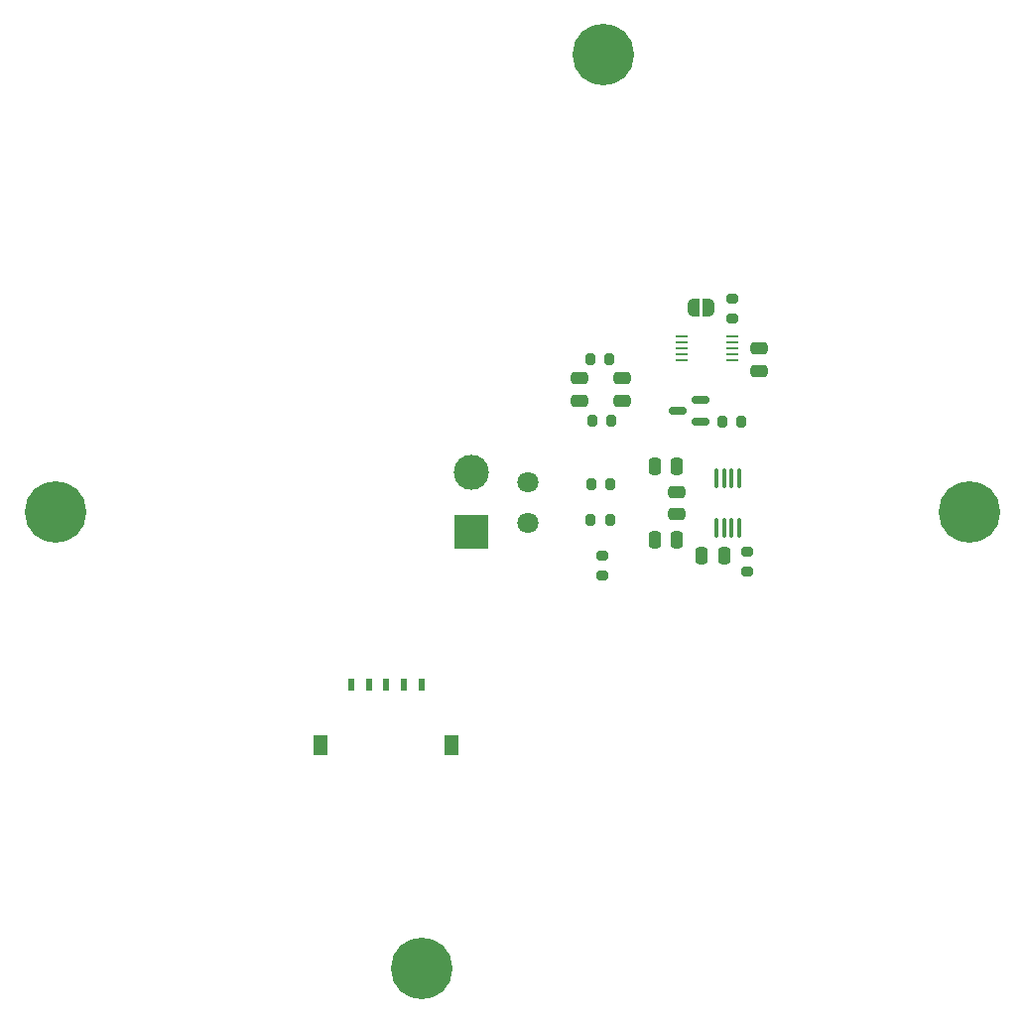
<source format=gbr>
%TF.GenerationSoftware,KiCad,Pcbnew,(6.0.11)*%
%TF.CreationDate,2023-03-22T16:16:08-07:00*%
%TF.ProjectId,solar-panel-side-Z,736f6c61-722d-4706-916e-656c2d736964,3.0*%
%TF.SameCoordinates,Original*%
%TF.FileFunction,Soldermask,Bot*%
%TF.FilePolarity,Negative*%
%FSLAX46Y46*%
G04 Gerber Fmt 4.6, Leading zero omitted, Abs format (unit mm)*
G04 Created by KiCad (PCBNEW (6.0.11)) date 2023-03-22 16:16:08*
%MOMM*%
%LPD*%
G01*
G04 APERTURE LIST*
G04 Aperture macros list*
%AMRoundRect*
0 Rectangle with rounded corners*
0 $1 Rounding radius*
0 $2 $3 $4 $5 $6 $7 $8 $9 X,Y pos of 4 corners*
0 Add a 4 corners polygon primitive as box body*
4,1,4,$2,$3,$4,$5,$6,$7,$8,$9,$2,$3,0*
0 Add four circle primitives for the rounded corners*
1,1,$1+$1,$2,$3*
1,1,$1+$1,$4,$5*
1,1,$1+$1,$6,$7*
1,1,$1+$1,$8,$9*
0 Add four rect primitives between the rounded corners*
20,1,$1+$1,$2,$3,$4,$5,0*
20,1,$1+$1,$4,$5,$6,$7,0*
20,1,$1+$1,$6,$7,$8,$9,0*
20,1,$1+$1,$8,$9,$2,$3,0*%
%AMFreePoly0*
4,1,22,0.500000,-0.750000,0.000000,-0.750000,0.000000,-0.745033,-0.079941,-0.743568,-0.215256,-0.701293,-0.333266,-0.622738,-0.424486,-0.514219,-0.481581,-0.384460,-0.499164,-0.250000,-0.500000,-0.250000,-0.500000,0.250000,-0.499164,0.250000,-0.499963,0.256109,-0.478152,0.396186,-0.417904,0.524511,-0.324060,0.630769,-0.204165,0.706417,-0.067858,0.745374,0.000000,0.744959,0.000000,0.750000,
0.500000,0.750000,0.500000,-0.750000,0.500000,-0.750000,$1*%
%AMFreePoly1*
4,1,20,0.000000,0.744959,0.073905,0.744508,0.209726,0.703889,0.328688,0.626782,0.421226,0.519385,0.479903,0.390333,0.500000,0.250000,0.500000,-0.250000,0.499851,-0.262216,0.476331,-0.402017,0.414519,-0.529596,0.319384,-0.634700,0.198574,-0.708877,0.061801,-0.746166,0.000000,-0.745033,0.000000,-0.750000,-0.500000,-0.750000,-0.500000,0.750000,0.000000,0.750000,0.000000,0.744959,
0.000000,0.744959,$1*%
G04 Aperture macros list end*
%ADD10C,5.250000*%
%ADD11R,0.600000X1.000000*%
%ADD12R,1.250000X1.800000*%
%ADD13R,1.100000X0.250000*%
%ADD14C,1.800000*%
%ADD15RoundRect,0.250000X0.250000X0.475000X-0.250000X0.475000X-0.250000X-0.475000X0.250000X-0.475000X0*%
%ADD16RoundRect,0.250000X-0.250000X-0.475000X0.250000X-0.475000X0.250000X0.475000X-0.250000X0.475000X0*%
%ADD17RoundRect,0.250000X0.475000X-0.250000X0.475000X0.250000X-0.475000X0.250000X-0.475000X-0.250000X0*%
%ADD18FreePoly0,180.000000*%
%ADD19FreePoly1,180.000000*%
%ADD20R,3.000000X3.000000*%
%ADD21C,3.000000*%
%ADD22RoundRect,0.200000X0.200000X0.275000X-0.200000X0.275000X-0.200000X-0.275000X0.200000X-0.275000X0*%
%ADD23RoundRect,0.200000X-0.275000X0.200000X-0.275000X-0.200000X0.275000X-0.200000X0.275000X0.200000X0*%
%ADD24RoundRect,0.250000X-0.475000X0.250000X-0.475000X-0.250000X0.475000X-0.250000X0.475000X0.250000X0*%
%ADD25RoundRect,0.200000X-0.200000X-0.275000X0.200000X-0.275000X0.200000X0.275000X-0.200000X0.275000X0*%
%ADD26RoundRect,0.100000X-0.100000X0.712500X-0.100000X-0.712500X0.100000X-0.712500X0.100000X0.712500X0*%
%ADD27RoundRect,0.150000X0.587500X0.150000X-0.587500X0.150000X-0.587500X-0.150000X0.587500X-0.150000X0*%
G04 APERTURE END LIST*
D10*
%TO.C,J4*%
X110500000Y-85000000D03*
%TD*%
%TO.C,J5*%
X141750000Y-124000000D03*
%TD*%
%TO.C,J6*%
X157250000Y-46000000D03*
%TD*%
%TO.C,J7*%
X188500000Y-85000000D03*
%TD*%
D11*
%TO.C,J1*%
X141750000Y-99750000D03*
X140250000Y-99750000D03*
X138750001Y-99750000D03*
X137249999Y-99750000D03*
X135749999Y-99750000D03*
D12*
X144354999Y-104940000D03*
X133145001Y-104940000D03*
%TD*%
D13*
%TO.C,U5*%
X168300000Y-70060000D03*
X168300000Y-70560000D03*
X168300000Y-71060000D03*
X168300000Y-71560000D03*
X168300000Y-72060000D03*
X164000000Y-72060000D03*
X164000000Y-71560000D03*
X164000000Y-71060000D03*
X164000000Y-70560000D03*
X164000000Y-70060000D03*
%TD*%
D14*
%TO.C,J2*%
X150850000Y-82450000D03*
X150850000Y-85950000D03*
%TD*%
D15*
%TO.C,C6*%
X163560000Y-87420000D03*
X161660000Y-87420000D03*
%TD*%
D16*
%TO.C,C5*%
X161640000Y-81120000D03*
X163540000Y-81120000D03*
%TD*%
D17*
%TO.C,C7*%
X163560000Y-85220000D03*
X163560000Y-83320000D03*
%TD*%
D15*
%TO.C,C4*%
X167580000Y-88720000D03*
X165680000Y-88720000D03*
%TD*%
D17*
%TO.C,C8*%
X170530000Y-72960000D03*
X170530000Y-71060000D03*
%TD*%
D18*
%TO.C,JP1*%
X166250000Y-67590000D03*
D19*
X164950000Y-67590000D03*
%TD*%
D20*
%TO.C,J3*%
X146000000Y-86710000D03*
D21*
X146000000Y-81630000D03*
%TD*%
D22*
%TO.C,FB1*%
X157960000Y-77250000D03*
X156310000Y-77250000D03*
%TD*%
D23*
%TO.C,R2*%
X157210000Y-88780000D03*
X157210000Y-90430000D03*
%TD*%
D24*
%TO.C,C9*%
X155200000Y-73620000D03*
X155200000Y-75520000D03*
%TD*%
D23*
%TO.C,FB3*%
X169540000Y-88410000D03*
X169540000Y-90060000D03*
%TD*%
D17*
%TO.C,C10*%
X158890000Y-75500000D03*
X158890000Y-73600000D03*
%TD*%
D25*
%TO.C,R5*%
X167430000Y-77350000D03*
X169080000Y-77350000D03*
%TD*%
%TO.C,R3*%
X156240000Y-82660000D03*
X157890000Y-82660000D03*
%TD*%
D22*
%TO.C,FB2*%
X157790000Y-71950000D03*
X156140000Y-71950000D03*
%TD*%
D26*
%TO.C,U4*%
X166930000Y-82115000D03*
X167580000Y-82115000D03*
X168230000Y-82115000D03*
X168880000Y-82115000D03*
X168880000Y-86340000D03*
X168230000Y-86340000D03*
X167580000Y-86340000D03*
X166930000Y-86340000D03*
%TD*%
D23*
%TO.C,R6*%
X168300000Y-66830000D03*
X168300000Y-68480000D03*
%TD*%
D27*
%TO.C,U6*%
X165530000Y-75440000D03*
X165530000Y-77340000D03*
X163655000Y-76390000D03*
%TD*%
D22*
%TO.C,R4*%
X157860000Y-85690000D03*
X156210000Y-85690000D03*
%TD*%
M02*

</source>
